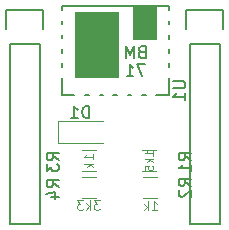
<source format=gbr>
G04 #@! TF.GenerationSoftware,KiCad,Pcbnew,5.1.5-52549c5~84~ubuntu18.04.1*
G04 #@! TF.CreationDate,2020-03-10T10:35:37+01:00*
G04 #@! TF.ProjectId,bm71_MODULE,626d3731-5f4d-44f4-9455-4c452e6b6963,rev?*
G04 #@! TF.SameCoordinates,Original*
G04 #@! TF.FileFunction,Legend,Bot*
G04 #@! TF.FilePolarity,Positive*
%FSLAX46Y46*%
G04 Gerber Fmt 4.6, Leading zero omitted, Abs format (unit mm)*
G04 Created by KiCad (PCBNEW 5.1.5-52549c5~84~ubuntu18.04.1) date 2020-03-10 10:35:37*
%MOMM*%
%LPD*%
G04 APERTURE LIST*
%ADD10C,0.150000*%
%ADD11C,0.100000*%
%ADD12C,0.120000*%
G04 APERTURE END LIST*
D10*
X149352000Y-69208000D02*
X149352000Y-69545200D01*
X140352000Y-69208000D02*
X140352000Y-69545200D01*
D11*
G36*
X145034000Y-69697600D02*
G01*
X141427200Y-69697600D01*
X141427200Y-75184000D01*
X145034000Y-75184000D01*
X145034000Y-69697600D01*
G37*
X145034000Y-69697600D02*
X141427200Y-69697600D01*
X141427200Y-75184000D01*
X145034000Y-75184000D01*
X145034000Y-69697600D01*
G36*
X148285200Y-69189600D02*
G01*
X146304000Y-69189600D01*
X146304000Y-72034400D01*
X148285200Y-72034400D01*
X148285200Y-69189600D01*
G37*
X148285200Y-69189600D02*
X146304000Y-69189600D01*
X146304000Y-72034400D01*
X148285200Y-72034400D01*
X148285200Y-69189600D01*
D10*
X149352000Y-69208000D02*
X140352000Y-69208000D01*
X148285200Y-76708000D02*
X149352000Y-76708000D01*
X147116800Y-76708000D02*
X147421600Y-76708000D01*
X145897600Y-76708000D02*
X146202400Y-76708000D01*
X144678400Y-76708000D02*
X144983200Y-76708000D01*
X143510000Y-76708000D02*
X143814800Y-76708000D01*
X142290800Y-76708000D02*
X142595600Y-76708000D01*
X140360400Y-76708000D02*
X141376400Y-76708000D01*
X140360400Y-75285600D02*
X140360400Y-76708000D01*
X140360400Y-74066400D02*
X140360400Y-74371200D01*
X140360400Y-72847200D02*
X140360400Y-73152000D01*
X140360400Y-71678800D02*
X140360400Y-71932800D01*
X140360400Y-70459600D02*
X140360400Y-70764400D01*
X149352000Y-70764400D02*
X149352000Y-70459600D01*
X149352000Y-71983600D02*
X149352000Y-71678800D01*
X149352000Y-73152000D02*
X149352000Y-72847200D01*
X149352000Y-74371200D02*
X149352000Y-74066400D01*
X149352000Y-76708000D02*
X149352000Y-75285600D01*
X138710000Y-69570000D02*
X135610000Y-69570000D01*
X138710000Y-71120000D02*
X138710000Y-69570000D01*
X135890000Y-72390000D02*
X138430000Y-72390000D01*
X135610000Y-69570000D02*
X135610000Y-71120000D01*
X138430000Y-87630000D02*
X138430000Y-72390000D01*
X135890000Y-87630000D02*
X138430000Y-87630000D01*
X135890000Y-72390000D02*
X135890000Y-87630000D01*
D12*
X141974000Y-85462000D02*
X143174000Y-85462000D01*
X143174000Y-83702000D02*
X141974000Y-83702000D01*
X141974000Y-83176000D02*
X143174000Y-83176000D01*
X143174000Y-81416000D02*
X141974000Y-81416000D01*
X148348000Y-83702000D02*
X147148000Y-83702000D01*
X147148000Y-85462000D02*
X148348000Y-85462000D01*
X148254000Y-81416000D02*
X147054000Y-81416000D01*
X147054000Y-83176000D02*
X148254000Y-83176000D01*
D10*
X151130000Y-72390000D02*
X151130000Y-87630000D01*
X151130000Y-87630000D02*
X153670000Y-87630000D01*
X153670000Y-87630000D02*
X153670000Y-72390000D01*
X150850000Y-69570000D02*
X150850000Y-71120000D01*
X151130000Y-72390000D02*
X153670000Y-72390000D01*
X153950000Y-71120000D02*
X153950000Y-69570000D01*
X153950000Y-69570000D02*
X150850000Y-69570000D01*
D12*
X143774000Y-80783000D02*
X139974000Y-80783000D01*
X139974000Y-80783000D02*
X139974000Y-78983000D01*
X139974000Y-78983000D02*
X143774000Y-78983000D01*
D10*
X149744180Y-75590495D02*
X150553704Y-75590495D01*
X150648942Y-75638114D01*
X150696561Y-75685733D01*
X150744180Y-75780971D01*
X150744180Y-75971447D01*
X150696561Y-76066685D01*
X150648942Y-76114304D01*
X150553704Y-76161923D01*
X149744180Y-76161923D01*
X150744180Y-77161923D02*
X150744180Y-76590495D01*
X150744180Y-76876209D02*
X149744180Y-76876209D01*
X149887038Y-76780971D01*
X149982276Y-76685733D01*
X150029895Y-76590495D01*
X147058000Y-73080571D02*
X146915142Y-73128190D01*
X146867523Y-73175809D01*
X146819904Y-73271047D01*
X146819904Y-73413904D01*
X146867523Y-73509142D01*
X146915142Y-73556761D01*
X147010380Y-73604380D01*
X147391333Y-73604380D01*
X147391333Y-72604380D01*
X147058000Y-72604380D01*
X146962761Y-72652000D01*
X146915142Y-72699619D01*
X146867523Y-72794857D01*
X146867523Y-72890095D01*
X146915142Y-72985333D01*
X146962761Y-73032952D01*
X147058000Y-73080571D01*
X147391333Y-73080571D01*
X146391333Y-73604380D02*
X146391333Y-72604380D01*
X146058000Y-73318666D01*
X145724666Y-72604380D01*
X145724666Y-73604380D01*
X147367523Y-74128380D02*
X146700857Y-74128380D01*
X147129428Y-75128380D01*
X145796095Y-75128380D02*
X146367523Y-75128380D01*
X146081809Y-75128380D02*
X146081809Y-74128380D01*
X146177047Y-74271238D01*
X146272285Y-74366476D01*
X146367523Y-74414095D01*
X140025380Y-84542333D02*
X139549190Y-84209000D01*
X140025380Y-83970904D02*
X139025380Y-83970904D01*
X139025380Y-84351857D01*
X139073000Y-84447095D01*
X139120619Y-84494714D01*
X139215857Y-84542333D01*
X139358714Y-84542333D01*
X139453952Y-84494714D01*
X139501571Y-84447095D01*
X139549190Y-84351857D01*
X139549190Y-83970904D01*
X139358714Y-85399476D02*
X140025380Y-85399476D01*
X138977761Y-85161380D02*
X139692047Y-84923285D01*
X139692047Y-85542333D01*
D11*
X143516228Y-85642504D02*
X143020990Y-85642504D01*
X143287657Y-85947266D01*
X143173371Y-85947266D01*
X143097180Y-85985361D01*
X143059085Y-86023457D01*
X143020990Y-86099647D01*
X143020990Y-86290123D01*
X143059085Y-86366314D01*
X143097180Y-86404409D01*
X143173371Y-86442504D01*
X143401942Y-86442504D01*
X143478133Y-86404409D01*
X143516228Y-86366314D01*
X142678133Y-86442504D02*
X142678133Y-85642504D01*
X142601942Y-86137742D02*
X142373371Y-86442504D01*
X142373371Y-85909171D02*
X142678133Y-86213933D01*
X142106704Y-85642504D02*
X141611466Y-85642504D01*
X141878133Y-85947266D01*
X141763847Y-85947266D01*
X141687657Y-85985361D01*
X141649561Y-86023457D01*
X141611466Y-86099647D01*
X141611466Y-86290123D01*
X141649561Y-86366314D01*
X141687657Y-86404409D01*
X141763847Y-86442504D01*
X141992419Y-86442504D01*
X142068609Y-86404409D01*
X142106704Y-86366314D01*
D10*
X140025380Y-82256333D02*
X139549190Y-81923000D01*
X140025380Y-81684904D02*
X139025380Y-81684904D01*
X139025380Y-82065857D01*
X139073000Y-82161095D01*
X139120619Y-82208714D01*
X139215857Y-82256333D01*
X139358714Y-82256333D01*
X139453952Y-82208714D01*
X139501571Y-82161095D01*
X139549190Y-82065857D01*
X139549190Y-81684904D01*
X139025380Y-82589666D02*
X139025380Y-83208714D01*
X139406333Y-82875380D01*
X139406333Y-83018238D01*
X139453952Y-83113476D01*
X139501571Y-83161095D01*
X139596809Y-83208714D01*
X139834904Y-83208714D01*
X139930142Y-83161095D01*
X139977761Y-83113476D01*
X140025380Y-83018238D01*
X140025380Y-82732523D01*
X139977761Y-82637285D01*
X139930142Y-82589666D01*
D11*
X142982904Y-82200761D02*
X142982904Y-81743619D01*
X142982904Y-81972190D02*
X142182904Y-81972190D01*
X142297190Y-81896000D01*
X142373380Y-81819809D01*
X142411476Y-81743619D01*
X142982904Y-82543619D02*
X142182904Y-82543619D01*
X142678142Y-82619809D02*
X142982904Y-82848380D01*
X142449571Y-82848380D02*
X142754333Y-82543619D01*
D10*
X151201380Y-84415333D02*
X150725190Y-84082000D01*
X151201380Y-83843904D02*
X150201380Y-83843904D01*
X150201380Y-84224857D01*
X150249000Y-84320095D01*
X150296619Y-84367714D01*
X150391857Y-84415333D01*
X150534714Y-84415333D01*
X150629952Y-84367714D01*
X150677571Y-84320095D01*
X150725190Y-84224857D01*
X150725190Y-83843904D01*
X150296619Y-84796285D02*
X150249000Y-84843904D01*
X150201380Y-84939142D01*
X150201380Y-85177238D01*
X150249000Y-85272476D01*
X150296619Y-85320095D01*
X150391857Y-85367714D01*
X150487095Y-85367714D01*
X150629952Y-85320095D01*
X151201380Y-84748666D01*
X151201380Y-85367714D01*
D11*
X147923238Y-86518704D02*
X148380380Y-86518704D01*
X148151809Y-86518704D02*
X148151809Y-85718704D01*
X148228000Y-85832990D01*
X148304190Y-85909180D01*
X148380380Y-85947276D01*
X147580380Y-86518704D02*
X147580380Y-85718704D01*
X147504190Y-86213942D02*
X147275619Y-86518704D01*
X147275619Y-85985371D02*
X147580380Y-86290133D01*
D10*
X151201380Y-82256333D02*
X150725190Y-81923000D01*
X151201380Y-81684904D02*
X150201380Y-81684904D01*
X150201380Y-82065857D01*
X150249000Y-82161095D01*
X150296619Y-82208714D01*
X150391857Y-82256333D01*
X150534714Y-82256333D01*
X150629952Y-82208714D01*
X150677571Y-82161095D01*
X150725190Y-82065857D01*
X150725190Y-81684904D01*
X151201380Y-83208714D02*
X151201380Y-82637285D01*
X151201380Y-82923000D02*
X150201380Y-82923000D01*
X150344238Y-82827761D01*
X150439476Y-82732523D01*
X150487095Y-82637285D01*
D11*
X148017666Y-81879333D02*
X148017666Y-81479333D01*
X148017666Y-81679333D02*
X147317666Y-81679333D01*
X147417666Y-81612666D01*
X147484333Y-81546000D01*
X147517666Y-81479333D01*
X148017666Y-82179333D02*
X147317666Y-82179333D01*
X147751000Y-82246000D02*
X148017666Y-82446000D01*
X147551000Y-82446000D02*
X147817666Y-82179333D01*
X147317666Y-83079333D02*
X147317666Y-82746000D01*
X147651000Y-82712666D01*
X147617666Y-82746000D01*
X147584333Y-82812666D01*
X147584333Y-82979333D01*
X147617666Y-83046000D01*
X147651000Y-83079333D01*
X147717666Y-83112666D01*
X147884333Y-83112666D01*
X147951000Y-83079333D01*
X147984333Y-83046000D01*
X148017666Y-82979333D01*
X148017666Y-82812666D01*
X147984333Y-82746000D01*
X147951000Y-82712666D01*
D10*
X142597095Y-78684380D02*
X142597095Y-77684380D01*
X142359000Y-77684380D01*
X142216142Y-77732000D01*
X142120904Y-77827238D01*
X142073285Y-77922476D01*
X142025666Y-78112952D01*
X142025666Y-78255809D01*
X142073285Y-78446285D01*
X142120904Y-78541523D01*
X142216142Y-78636761D01*
X142359000Y-78684380D01*
X142597095Y-78684380D01*
X141073285Y-78684380D02*
X141644714Y-78684380D01*
X141359000Y-78684380D02*
X141359000Y-77684380D01*
X141454238Y-77827238D01*
X141549476Y-77922476D01*
X141644714Y-77970095D01*
M02*

</source>
